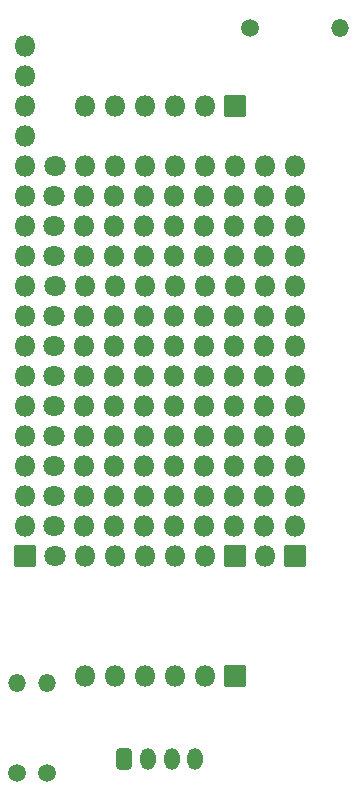
<source format=gbr>
%TF.GenerationSoftware,KiCad,Pcbnew,(6.0.8)*%
%TF.CreationDate,2022-10-21T13:47:49-04:00*%
%TF.ProjectId,firebeetle-shield,66697265-6265-4657-946c-652d73686965,v2*%
%TF.SameCoordinates,Original*%
%TF.FileFunction,Soldermask,Top*%
%TF.FilePolarity,Negative*%
%FSLAX46Y46*%
G04 Gerber Fmt 4.6, Leading zero omitted, Abs format (unit mm)*
G04 Created by KiCad (PCBNEW (6.0.8)) date 2022-10-21 13:47:49*
%MOMM*%
%LPD*%
G01*
G04 APERTURE LIST*
G04 Aperture macros list*
%AMRoundRect*
0 Rectangle with rounded corners*
0 $1 Rounding radius*
0 $2 $3 $4 $5 $6 $7 $8 $9 X,Y pos of 4 corners*
0 Add a 4 corners polygon primitive as box body*
4,1,4,$2,$3,$4,$5,$6,$7,$8,$9,$2,$3,0*
0 Add four circle primitives for the rounded corners*
1,1,$1+$1,$2,$3*
1,1,$1+$1,$4,$5*
1,1,$1+$1,$6,$7*
1,1,$1+$1,$8,$9*
0 Add four rect primitives between the rounded corners*
20,1,$1+$1,$2,$3,$4,$5,0*
20,1,$1+$1,$4,$5,$6,$7,0*
20,1,$1+$1,$6,$7,$8,$9,0*
20,1,$1+$1,$8,$9,$2,$3,0*%
G04 Aperture macros list end*
%ADD10RoundRect,0.300800X-0.350000X-0.625000X0.350000X-0.625000X0.350000X0.625000X-0.350000X0.625000X0*%
%ADD11O,1.301600X1.851600*%
%ADD12C,1.501600*%
%ADD13O,1.501600X1.501600*%
%ADD14C,1.801600*%
%ADD15O,1.801600X1.801600*%
%ADD16RoundRect,0.050800X0.850000X-0.850000X0.850000X0.850000X-0.850000X0.850000X-0.850000X-0.850000X0*%
%ADD17RoundRect,0.050800X-0.850000X0.850000X-0.850000X-0.850000X0.850000X-0.850000X0.850000X0.850000X0*%
%ADD18RoundRect,0.050800X-0.850000X-0.850000X0.850000X-0.850000X0.850000X0.850000X-0.850000X0.850000X0*%
G04 APERTURE END LIST*
D10*
%TO.C,J4*%
X112000000Y-167102000D03*
D11*
X114000000Y-167102000D03*
X116000000Y-167102000D03*
X118000000Y-167102000D03*
%TD*%
D12*
%TO.C,R1*%
X122620000Y-105198000D03*
D13*
X130240000Y-105198000D03*
%TD*%
D14*
%TO.C,REF\u002A\u002A*%
X106051342Y-119422000D03*
X106051342Y-124573143D03*
X106110000Y-127042000D03*
X106051342Y-121962000D03*
X106069092Y-129582000D03*
X106069092Y-139786031D03*
X106069092Y-144822000D03*
X106069092Y-147370322D03*
X106069092Y-137237709D03*
X106110000Y-116882000D03*
X106110000Y-149902000D03*
X106069092Y-142282000D03*
X106069092Y-134662000D03*
X106069092Y-132122000D03*
D15*
X108609092Y-144822000D03*
X108609092Y-139786031D03*
X108650000Y-127042000D03*
X108609092Y-132122000D03*
X108591342Y-121962000D03*
X108609092Y-134662000D03*
X108609092Y-129582000D03*
X108609092Y-147370322D03*
X108591342Y-124573143D03*
X108609092Y-142282000D03*
X108650000Y-116882000D03*
X108609092Y-137237709D03*
X108650000Y-149902000D03*
X108591342Y-119422000D03*
X111149092Y-132122000D03*
X111149092Y-142282000D03*
X111149092Y-139786031D03*
X111131342Y-124573143D03*
X111131342Y-121962000D03*
X111149092Y-137237709D03*
X111131342Y-119422000D03*
X111190000Y-127042000D03*
X111190000Y-149902000D03*
X111149092Y-129582000D03*
X111149092Y-134662000D03*
X111149092Y-144822000D03*
X111149092Y-147370322D03*
X111190000Y-116882000D03*
X113730000Y-116882000D03*
X113671342Y-121962000D03*
X113671342Y-119422000D03*
X113730000Y-127042000D03*
X113689092Y-129582000D03*
X113689092Y-144822000D03*
X113689092Y-134662000D03*
X113671342Y-124573143D03*
X113730000Y-149902000D03*
X113689092Y-139786031D03*
X113689092Y-137237709D03*
X113689092Y-132122000D03*
X113689092Y-142282000D03*
X113689092Y-147370322D03*
X116229092Y-132122000D03*
X116229092Y-144822000D03*
X116211342Y-124573143D03*
X116270000Y-116882000D03*
X116270000Y-127042000D03*
X116270000Y-149902000D03*
X116229092Y-129582000D03*
X116229092Y-137237709D03*
X116229092Y-142282000D03*
X116229092Y-134662000D03*
X116211342Y-119422000D03*
X116229092Y-139786031D03*
X116229092Y-147370322D03*
X116211342Y-121962000D03*
X118769092Y-129582000D03*
X118769092Y-147370322D03*
X118769092Y-132122000D03*
X118751342Y-119422000D03*
X118769092Y-134662000D03*
X118769092Y-139786031D03*
X118751342Y-124573143D03*
X118769092Y-137237709D03*
X118810000Y-127042000D03*
X118751342Y-121962000D03*
X118769092Y-144822000D03*
X118810000Y-116882000D03*
X118810000Y-149902000D03*
X118769092Y-142282000D03*
X121309092Y-144822000D03*
X121309092Y-142282000D03*
D16*
X121350000Y-149902000D03*
D15*
X121291342Y-121962000D03*
X121350000Y-116882000D03*
X121309092Y-132122000D03*
X121309092Y-134662000D03*
X121291342Y-124573143D03*
X121309092Y-129582000D03*
X121291342Y-119422000D03*
X121309092Y-139786031D03*
X121350000Y-127042000D03*
X121309092Y-137237709D03*
X121309092Y-147370322D03*
X123849092Y-129582000D03*
X123890000Y-127042000D03*
X123849092Y-144822000D03*
X123849092Y-142282000D03*
X123831342Y-124573143D03*
X123890000Y-116882000D03*
X123849092Y-134662000D03*
X123849092Y-132122000D03*
X123849092Y-139786031D03*
X123849092Y-137237709D03*
X123831342Y-119422000D03*
X123849092Y-147370322D03*
X123831342Y-121962000D03*
X123890000Y-149902000D03*
%TD*%
D17*
%TO.C,J3*%
X121350000Y-111802000D03*
D15*
X118810000Y-111802000D03*
X116270000Y-111802000D03*
X113730000Y-111802000D03*
X111190000Y-111802000D03*
X108650000Y-111802000D03*
%TD*%
D12*
%TO.C,R2*%
X105475000Y-168317000D03*
D13*
X105475000Y-160697000D03*
%TD*%
D12*
%TO.C,R3*%
X102935000Y-168317000D03*
D13*
X102935000Y-160697000D03*
%TD*%
D17*
%TO.C,J5*%
X121350000Y-160062000D03*
D15*
X118810000Y-160062000D03*
X116270000Y-160062000D03*
X113730000Y-160062000D03*
X111190000Y-160062000D03*
X108650000Y-160062000D03*
%TD*%
D18*
%TO.C,J2*%
X103570000Y-149902000D03*
D15*
X103570000Y-147362000D03*
X103570000Y-144822000D03*
X103570000Y-142282000D03*
X103570000Y-139742000D03*
X103570000Y-137202000D03*
X103570000Y-134662000D03*
X103570000Y-132122000D03*
X103570000Y-129582000D03*
X103570000Y-127042000D03*
X103570000Y-124502000D03*
X103570000Y-121962000D03*
X103570000Y-119422000D03*
X103570000Y-116882000D03*
X103570000Y-114342000D03*
X103570000Y-111802000D03*
X103570000Y-109262000D03*
X103570000Y-106722000D03*
%TD*%
D18*
%TO.C,J1*%
X126430000Y-149902000D03*
D15*
X126430000Y-147362000D03*
X126430000Y-144822000D03*
X126430000Y-142282000D03*
X126430000Y-139742000D03*
X126430000Y-137202000D03*
X126430000Y-134662000D03*
X126430000Y-132122000D03*
X126430000Y-129582000D03*
X126430000Y-127042000D03*
X126430000Y-124502000D03*
X126430000Y-121962000D03*
X126430000Y-119422000D03*
X126430000Y-116882000D03*
%TD*%
M02*

</source>
